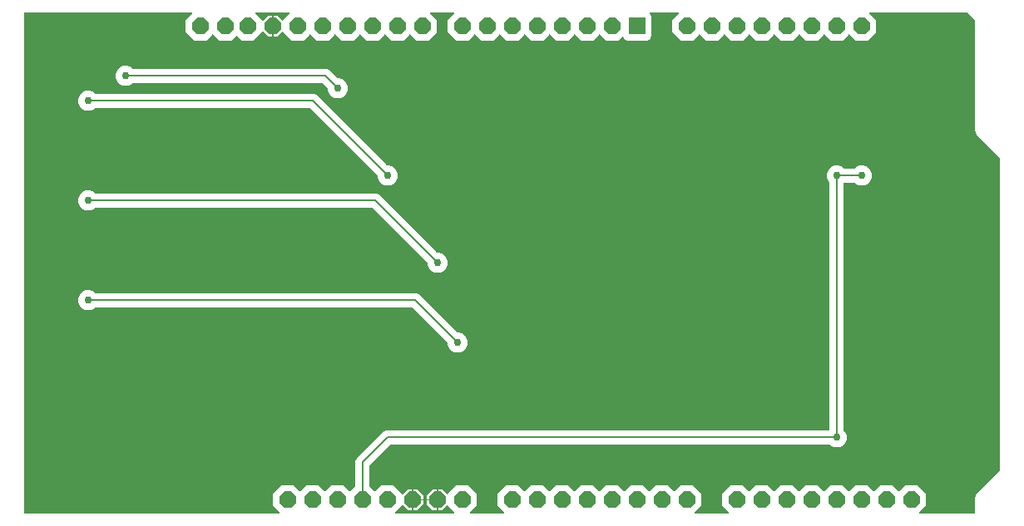
<source format=gbr>
G04 EAGLE Gerber RS-274X export*
G75*
%MOMM*%
%FSLAX34Y34*%
%LPD*%
%INBottom Copper*%
%IPPOS*%
%AMOC8*
5,1,8,0,0,1.08239X$1,22.5*%
G01*
G04 Define Apertures*
%ADD10P,1.81452X8X22.5*%
%ADD11R,1.676400X1.676400*%
%ADD12C,0.756400*%
%ADD13C,0.152400*%
G36*
X270993Y11490D02*
X271244Y11662D01*
X271407Y11917D01*
X271458Y12216D01*
X271388Y12511D01*
X271235Y12731D01*
X264668Y19298D01*
X264668Y31502D01*
X273298Y40132D01*
X285502Y40132D01*
X291561Y34073D01*
X291814Y33906D01*
X292112Y33850D01*
X292408Y33915D01*
X292639Y34073D01*
X298698Y40132D01*
X310902Y40132D01*
X316961Y34073D01*
X317214Y33906D01*
X317512Y33850D01*
X317808Y33915D01*
X318039Y34073D01*
X324098Y40132D01*
X336302Y40132D01*
X342361Y34073D01*
X342614Y33906D01*
X342912Y33850D01*
X343208Y33915D01*
X343439Y34073D01*
X348265Y38899D01*
X348432Y39152D01*
X348488Y39438D01*
X348488Y64915D01*
X349571Y67529D01*
X376971Y94929D01*
X379585Y96012D01*
X830326Y96012D01*
X830623Y96072D01*
X830873Y96244D01*
X831037Y96499D01*
X831088Y96774D01*
X831088Y348068D01*
X831028Y348365D01*
X830865Y348606D01*
X829611Y349861D01*
X828068Y353585D01*
X828068Y357615D01*
X829611Y361339D01*
X832461Y364190D01*
X836185Y365732D01*
X840215Y365732D01*
X843939Y364190D01*
X845194Y362935D01*
X845447Y362768D01*
X845732Y362712D01*
X856068Y362712D01*
X856365Y362772D01*
X856606Y362935D01*
X857861Y364190D01*
X861585Y365732D01*
X865615Y365732D01*
X869339Y364190D01*
X872190Y361339D01*
X873732Y357615D01*
X873732Y353585D01*
X872190Y349861D01*
X869339Y347011D01*
X865615Y345468D01*
X861585Y345468D01*
X857861Y347011D01*
X856606Y348265D01*
X856354Y348432D01*
X856068Y348488D01*
X846074Y348488D01*
X845777Y348428D01*
X845527Y348256D01*
X845363Y348001D01*
X845312Y347726D01*
X845312Y96432D01*
X845372Y96135D01*
X845535Y95894D01*
X846790Y94639D01*
X848332Y90915D01*
X848332Y86885D01*
X846790Y83161D01*
X843939Y80311D01*
X840215Y78768D01*
X836185Y78768D01*
X832461Y80311D01*
X831206Y81565D01*
X830954Y81732D01*
X830668Y81788D01*
X384262Y81788D01*
X383964Y81728D01*
X383723Y81565D01*
X362935Y60777D01*
X362768Y60524D01*
X362712Y60239D01*
X362712Y39438D01*
X362772Y39141D01*
X362935Y38899D01*
X367761Y34073D01*
X368014Y33906D01*
X368312Y33850D01*
X368608Y33915D01*
X368839Y34073D01*
X374898Y40132D01*
X387102Y40132D01*
X395855Y31379D01*
X396108Y31211D01*
X396406Y31156D01*
X396702Y31221D01*
X396933Y31379D01*
X401876Y36322D01*
X405638Y36322D01*
X405638Y14478D01*
X401876Y14478D01*
X396933Y19421D01*
X396680Y19589D01*
X396382Y19644D01*
X396086Y19579D01*
X395855Y19421D01*
X389165Y12731D01*
X388998Y12478D01*
X388942Y12180D01*
X389007Y11884D01*
X389182Y11636D01*
X389441Y11477D01*
X389704Y11430D01*
X448496Y11430D01*
X448793Y11490D01*
X449044Y11662D01*
X449207Y11917D01*
X449258Y12216D01*
X449188Y12511D01*
X449035Y12731D01*
X442345Y19421D01*
X442092Y19589D01*
X441794Y19644D01*
X441498Y19579D01*
X441267Y19421D01*
X436324Y14478D01*
X432562Y14478D01*
X432562Y36322D01*
X436324Y36322D01*
X441267Y31379D01*
X441520Y31211D01*
X441818Y31156D01*
X442114Y31221D01*
X442345Y31379D01*
X451098Y40132D01*
X463302Y40132D01*
X471932Y31502D01*
X471932Y19298D01*
X465365Y12731D01*
X465198Y12478D01*
X465142Y12180D01*
X465207Y11884D01*
X465382Y11636D01*
X465641Y11477D01*
X465904Y11430D01*
X499296Y11430D01*
X499593Y11490D01*
X499844Y11662D01*
X500007Y11917D01*
X500058Y12216D01*
X499988Y12511D01*
X499835Y12731D01*
X493268Y19298D01*
X493268Y31502D01*
X501898Y40132D01*
X514102Y40132D01*
X520161Y34073D01*
X520414Y33906D01*
X520712Y33850D01*
X521008Y33915D01*
X521239Y34073D01*
X527298Y40132D01*
X539502Y40132D01*
X545561Y34073D01*
X545814Y33906D01*
X546112Y33850D01*
X546408Y33915D01*
X546639Y34073D01*
X552698Y40132D01*
X564902Y40132D01*
X570961Y34073D01*
X571214Y33906D01*
X571512Y33850D01*
X571808Y33915D01*
X572039Y34073D01*
X578098Y40132D01*
X590302Y40132D01*
X596361Y34073D01*
X596614Y33906D01*
X596912Y33850D01*
X597208Y33915D01*
X597439Y34073D01*
X603498Y40132D01*
X615702Y40132D01*
X621761Y34073D01*
X622014Y33906D01*
X622312Y33850D01*
X622608Y33915D01*
X622839Y34073D01*
X628898Y40132D01*
X641102Y40132D01*
X647161Y34073D01*
X647414Y33906D01*
X647712Y33850D01*
X648008Y33915D01*
X648239Y34073D01*
X654298Y40132D01*
X666502Y40132D01*
X672561Y34073D01*
X672814Y33906D01*
X673112Y33850D01*
X673408Y33915D01*
X673639Y34073D01*
X679698Y40132D01*
X691902Y40132D01*
X700532Y31502D01*
X700532Y19298D01*
X693965Y12731D01*
X693798Y12478D01*
X693742Y12180D01*
X693807Y11884D01*
X693982Y11636D01*
X694241Y11477D01*
X694504Y11430D01*
X727896Y11430D01*
X728193Y11490D01*
X728444Y11662D01*
X728607Y11917D01*
X728658Y12216D01*
X728588Y12511D01*
X728435Y12731D01*
X721868Y19298D01*
X721868Y31502D01*
X730498Y40132D01*
X742702Y40132D01*
X748761Y34073D01*
X749014Y33906D01*
X749312Y33850D01*
X749608Y33915D01*
X749839Y34073D01*
X755898Y40132D01*
X768102Y40132D01*
X774161Y34073D01*
X774414Y33906D01*
X774712Y33850D01*
X775008Y33915D01*
X775239Y34073D01*
X781298Y40132D01*
X793502Y40132D01*
X799561Y34073D01*
X799814Y33906D01*
X800112Y33850D01*
X800408Y33915D01*
X800639Y34073D01*
X806698Y40132D01*
X818902Y40132D01*
X824961Y34073D01*
X825214Y33906D01*
X825512Y33850D01*
X825808Y33915D01*
X826039Y34073D01*
X832098Y40132D01*
X844302Y40132D01*
X850361Y34073D01*
X850614Y33906D01*
X850912Y33850D01*
X851208Y33915D01*
X851439Y34073D01*
X857498Y40132D01*
X869702Y40132D01*
X875761Y34073D01*
X876014Y33906D01*
X876312Y33850D01*
X876608Y33915D01*
X876839Y34073D01*
X882898Y40132D01*
X895102Y40132D01*
X901161Y34073D01*
X901414Y33906D01*
X901712Y33850D01*
X902008Y33915D01*
X902239Y34073D01*
X908298Y40132D01*
X920502Y40132D01*
X929132Y31502D01*
X929132Y19298D01*
X922565Y12731D01*
X922398Y12478D01*
X922342Y12180D01*
X922407Y11884D01*
X922582Y11636D01*
X922841Y11477D01*
X923104Y11430D01*
X978408Y11430D01*
X978705Y11490D01*
X978955Y11662D01*
X979119Y11917D01*
X979170Y12192D01*
X979170Y27674D01*
X980910Y31875D01*
X1004347Y55311D01*
X1004514Y55564D01*
X1004570Y55850D01*
X1004570Y373410D01*
X1004510Y373707D01*
X1004347Y373949D01*
X980910Y397385D01*
X979170Y401586D01*
X979170Y513110D01*
X979110Y513407D01*
X978947Y513649D01*
X970849Y521747D01*
X970596Y521914D01*
X970310Y521970D01*
X872304Y521970D01*
X872007Y521910D01*
X871756Y521738D01*
X871593Y521483D01*
X871542Y521184D01*
X871612Y520889D01*
X871765Y520669D01*
X878332Y514102D01*
X878332Y501898D01*
X869702Y493268D01*
X857498Y493268D01*
X851439Y499327D01*
X851186Y499495D01*
X850888Y499550D01*
X850592Y499485D01*
X850361Y499327D01*
X844302Y493268D01*
X832098Y493268D01*
X826039Y499327D01*
X825786Y499495D01*
X825488Y499550D01*
X825192Y499485D01*
X824961Y499327D01*
X818902Y493268D01*
X806698Y493268D01*
X800639Y499327D01*
X800386Y499495D01*
X800088Y499550D01*
X799792Y499485D01*
X799561Y499327D01*
X793502Y493268D01*
X781298Y493268D01*
X775239Y499327D01*
X774986Y499495D01*
X774688Y499550D01*
X774392Y499485D01*
X774161Y499327D01*
X768102Y493268D01*
X755898Y493268D01*
X749839Y499327D01*
X749586Y499495D01*
X749288Y499550D01*
X748992Y499485D01*
X748761Y499327D01*
X742702Y493268D01*
X730498Y493268D01*
X724439Y499327D01*
X724186Y499495D01*
X723888Y499550D01*
X723592Y499485D01*
X723361Y499327D01*
X717302Y493268D01*
X705098Y493268D01*
X699039Y499327D01*
X698786Y499495D01*
X698488Y499550D01*
X698192Y499485D01*
X697961Y499327D01*
X691902Y493268D01*
X679698Y493268D01*
X671068Y501898D01*
X671068Y514102D01*
X677635Y520669D01*
X677803Y520922D01*
X677858Y521220D01*
X677793Y521516D01*
X677618Y521764D01*
X677360Y521923D01*
X677096Y521970D01*
X648614Y521970D01*
X648317Y521910D01*
X648067Y521738D01*
X647903Y521483D01*
X647852Y521184D01*
X647922Y520889D01*
X648075Y520669D01*
X648765Y519979D01*
X649732Y517645D01*
X649732Y498355D01*
X648765Y496021D01*
X646979Y494235D01*
X644645Y493268D01*
X625355Y493268D01*
X623021Y494235D01*
X621235Y496021D01*
X620857Y496933D01*
X620688Y497184D01*
X620433Y497350D01*
X620135Y497403D01*
X619839Y497336D01*
X619614Y497180D01*
X615702Y493268D01*
X603498Y493268D01*
X597439Y499327D01*
X597186Y499495D01*
X596888Y499550D01*
X596592Y499485D01*
X596361Y499327D01*
X590302Y493268D01*
X578098Y493268D01*
X572039Y499327D01*
X571786Y499495D01*
X571488Y499550D01*
X571192Y499485D01*
X570961Y499327D01*
X564902Y493268D01*
X552698Y493268D01*
X546639Y499327D01*
X546386Y499495D01*
X546088Y499550D01*
X545792Y499485D01*
X545561Y499327D01*
X539502Y493268D01*
X527298Y493268D01*
X521239Y499327D01*
X520986Y499495D01*
X520688Y499550D01*
X520392Y499485D01*
X520161Y499327D01*
X514102Y493268D01*
X501898Y493268D01*
X495839Y499327D01*
X495586Y499495D01*
X495288Y499550D01*
X494992Y499485D01*
X494761Y499327D01*
X488702Y493268D01*
X476498Y493268D01*
X470439Y499327D01*
X470186Y499495D01*
X469888Y499550D01*
X469592Y499485D01*
X469361Y499327D01*
X463302Y493268D01*
X451098Y493268D01*
X442468Y501898D01*
X442468Y514102D01*
X449035Y520669D01*
X449203Y520922D01*
X449258Y521220D01*
X449193Y521516D01*
X449018Y521764D01*
X448760Y521923D01*
X448496Y521970D01*
X425264Y521970D01*
X424967Y521910D01*
X424716Y521738D01*
X424553Y521483D01*
X424502Y521184D01*
X424572Y520889D01*
X424725Y520669D01*
X431292Y514102D01*
X431292Y501898D01*
X422662Y493268D01*
X410458Y493268D01*
X404399Y499327D01*
X404146Y499495D01*
X403848Y499550D01*
X403552Y499485D01*
X403321Y499327D01*
X397262Y493268D01*
X385058Y493268D01*
X378999Y499327D01*
X378746Y499495D01*
X378448Y499550D01*
X378152Y499485D01*
X377921Y499327D01*
X371862Y493268D01*
X359658Y493268D01*
X353599Y499327D01*
X353346Y499495D01*
X353048Y499550D01*
X352752Y499485D01*
X352521Y499327D01*
X346462Y493268D01*
X334258Y493268D01*
X328199Y499327D01*
X327946Y499495D01*
X327648Y499550D01*
X327352Y499485D01*
X327121Y499327D01*
X321062Y493268D01*
X308858Y493268D01*
X302799Y499327D01*
X302546Y499495D01*
X302248Y499550D01*
X301952Y499485D01*
X301721Y499327D01*
X295662Y493268D01*
X283458Y493268D01*
X274705Y502021D01*
X274452Y502189D01*
X274154Y502244D01*
X273858Y502179D01*
X273627Y502021D01*
X268684Y497078D01*
X264922Y497078D01*
X264922Y518922D01*
X268684Y518922D01*
X273627Y513979D01*
X273880Y513811D01*
X274178Y513756D01*
X274474Y513821D01*
X274705Y513979D01*
X281395Y520669D01*
X281563Y520922D01*
X281618Y521220D01*
X281553Y521516D01*
X281378Y521764D01*
X281120Y521923D01*
X280856Y521970D01*
X247464Y521970D01*
X247167Y521910D01*
X246916Y521738D01*
X246753Y521483D01*
X246702Y521184D01*
X246772Y520889D01*
X246925Y520669D01*
X253615Y513979D01*
X253868Y513811D01*
X254166Y513756D01*
X254462Y513821D01*
X254693Y513979D01*
X259636Y518922D01*
X263398Y518922D01*
X263398Y497078D01*
X259636Y497078D01*
X254693Y502021D01*
X254440Y502189D01*
X254142Y502244D01*
X253846Y502179D01*
X253615Y502021D01*
X244862Y493268D01*
X232658Y493268D01*
X227869Y498057D01*
X227616Y498225D01*
X227318Y498280D01*
X227022Y498215D01*
X226791Y498057D01*
X222002Y493268D01*
X209798Y493268D01*
X203739Y499327D01*
X203486Y499495D01*
X203188Y499550D01*
X202892Y499485D01*
X202661Y499327D01*
X196602Y493268D01*
X184398Y493268D01*
X175768Y501898D01*
X175768Y514102D01*
X182335Y520669D01*
X182503Y520922D01*
X182558Y521220D01*
X182493Y521516D01*
X182318Y521764D01*
X182060Y521923D01*
X181796Y521970D01*
X12192Y521970D01*
X11895Y521910D01*
X11645Y521738D01*
X11481Y521483D01*
X11430Y521208D01*
X11430Y12192D01*
X11490Y11895D01*
X11662Y11645D01*
X11917Y11481D01*
X12192Y11430D01*
X270696Y11430D01*
X270993Y11490D01*
G37*
%LPC*%
G36*
X328185Y434368D02*
X324461Y435911D01*
X321611Y438761D01*
X320068Y442485D01*
X320068Y444259D01*
X320008Y444556D01*
X319845Y444797D01*
X314777Y449865D01*
X314524Y450032D01*
X314239Y450088D01*
X121832Y450088D01*
X121535Y450028D01*
X121294Y449865D01*
X120039Y448611D01*
X116315Y447068D01*
X112285Y447068D01*
X108561Y448611D01*
X105711Y451461D01*
X104168Y455185D01*
X104168Y459215D01*
X105711Y462939D01*
X108561Y465790D01*
X112285Y467332D01*
X116315Y467332D01*
X120039Y465790D01*
X121294Y464535D01*
X121547Y464368D01*
X121832Y464312D01*
X318915Y464312D01*
X321529Y463229D01*
X329903Y454855D01*
X330156Y454688D01*
X330442Y454632D01*
X332215Y454632D01*
X335939Y453090D01*
X338790Y450239D01*
X340332Y446515D01*
X340332Y442485D01*
X338790Y438761D01*
X335939Y435911D01*
X332215Y434368D01*
X328185Y434368D01*
G37*
G36*
X378985Y345468D02*
X375261Y347011D01*
X372411Y349861D01*
X370868Y353585D01*
X370868Y355359D01*
X370808Y355656D01*
X370645Y355897D01*
X302077Y424465D01*
X301824Y424632D01*
X301539Y424688D01*
X83732Y424688D01*
X83435Y424628D01*
X83194Y424465D01*
X81939Y423211D01*
X78215Y421668D01*
X74185Y421668D01*
X70461Y423211D01*
X67611Y426061D01*
X66068Y429785D01*
X66068Y433815D01*
X67611Y437539D01*
X70461Y440390D01*
X74185Y441932D01*
X78215Y441932D01*
X81939Y440390D01*
X83194Y439135D01*
X83447Y438968D01*
X83732Y438912D01*
X306215Y438912D01*
X308829Y437829D01*
X380703Y365955D01*
X380956Y365788D01*
X381242Y365732D01*
X383015Y365732D01*
X386739Y364190D01*
X389590Y361339D01*
X391132Y357615D01*
X391132Y353585D01*
X389590Y349861D01*
X386739Y347011D01*
X383015Y345468D01*
X378985Y345468D01*
G37*
G36*
X429785Y256568D02*
X426061Y258111D01*
X423211Y260961D01*
X421668Y264685D01*
X421668Y266459D01*
X421608Y266756D01*
X421445Y266997D01*
X365577Y322865D01*
X365324Y323032D01*
X365039Y323088D01*
X83732Y323088D01*
X83435Y323028D01*
X83194Y322865D01*
X81939Y321611D01*
X78215Y320068D01*
X74185Y320068D01*
X70461Y321611D01*
X67611Y324461D01*
X66068Y328185D01*
X66068Y332215D01*
X67611Y335939D01*
X70461Y338790D01*
X74185Y340332D01*
X78215Y340332D01*
X81939Y338790D01*
X83194Y337535D01*
X83447Y337368D01*
X83732Y337312D01*
X369715Y337312D01*
X372329Y336229D01*
X431503Y277055D01*
X431756Y276888D01*
X432042Y276832D01*
X433815Y276832D01*
X437539Y275290D01*
X440390Y272439D01*
X441932Y268715D01*
X441932Y264685D01*
X440390Y260961D01*
X437539Y258111D01*
X433815Y256568D01*
X429785Y256568D01*
G37*
G36*
X450105Y175288D02*
X446381Y176831D01*
X443531Y179681D01*
X441988Y183405D01*
X441988Y185179D01*
X441928Y185476D01*
X441765Y185717D01*
X406217Y221265D01*
X405964Y221432D01*
X405679Y221488D01*
X83732Y221488D01*
X83435Y221428D01*
X83194Y221265D01*
X81939Y220011D01*
X78215Y218468D01*
X74185Y218468D01*
X70461Y220011D01*
X67611Y222861D01*
X66068Y226585D01*
X66068Y230615D01*
X67611Y234339D01*
X70461Y237190D01*
X74185Y238732D01*
X78215Y238732D01*
X81939Y237190D01*
X83194Y235935D01*
X83447Y235768D01*
X83732Y235712D01*
X410355Y235712D01*
X412969Y234629D01*
X451823Y195775D01*
X452076Y195608D01*
X452362Y195552D01*
X454135Y195552D01*
X457859Y194010D01*
X460710Y191159D01*
X462252Y187435D01*
X462252Y183405D01*
X460710Y179681D01*
X457859Y176831D01*
X454135Y175288D01*
X450105Y175288D01*
G37*
G36*
X420878Y26162D02*
X420878Y29924D01*
X427276Y36322D01*
X431038Y36322D01*
X431038Y26162D01*
X420878Y26162D01*
G37*
G36*
X407162Y26162D02*
X407162Y36322D01*
X410924Y36322D01*
X417322Y29924D01*
X417322Y26162D01*
X407162Y26162D01*
G37*
G36*
X407162Y14478D02*
X407162Y24638D01*
X417322Y24638D01*
X417322Y20876D01*
X410924Y14478D01*
X407162Y14478D01*
G37*
G36*
X427276Y14478D02*
X420878Y20876D01*
X420878Y24638D01*
X431038Y24638D01*
X431038Y14478D01*
X427276Y14478D01*
G37*
%LPD*%
D10*
X533400Y508000D03*
X508000Y25400D03*
X558800Y508000D03*
X584200Y508000D03*
X609600Y508000D03*
D11*
X635000Y508000D03*
D10*
X508000Y508000D03*
X482600Y508000D03*
X457200Y508000D03*
X416560Y508000D03*
X391160Y508000D03*
X365760Y508000D03*
X340360Y508000D03*
X314960Y508000D03*
X289560Y508000D03*
X264160Y508000D03*
X238760Y508000D03*
X533400Y25400D03*
X558800Y25400D03*
X584200Y25400D03*
X609600Y25400D03*
X635000Y25400D03*
X457200Y25400D03*
X431800Y25400D03*
X406400Y25400D03*
X381000Y25400D03*
X355600Y25400D03*
X330200Y25400D03*
X685800Y508000D03*
X711200Y508000D03*
X736600Y508000D03*
X762000Y508000D03*
X787400Y508000D03*
X812800Y508000D03*
X838200Y508000D03*
X863600Y508000D03*
X660400Y25400D03*
X685800Y25400D03*
X736600Y25400D03*
X762000Y25400D03*
X787400Y25400D03*
X812800Y25400D03*
X838200Y25400D03*
X863600Y25400D03*
X889000Y25400D03*
X914400Y25400D03*
X215900Y508000D03*
X190500Y508000D03*
X304800Y25400D03*
X279400Y25400D03*
D12*
X452120Y185420D03*
X76200Y228600D03*
D13*
X408940Y228600D01*
X452120Y185420D01*
D12*
X431800Y266700D03*
X76200Y330200D03*
D13*
X368300Y330200D01*
X431800Y266700D01*
D12*
X381000Y355600D03*
X76200Y431800D03*
D13*
X304800Y431800D01*
X381000Y355600D01*
X330200Y444500D02*
X317500Y457200D01*
D12*
X330200Y444500D03*
X114300Y457200D03*
D13*
X317500Y457200D01*
D12*
X215900Y73660D03*
X127000Y73660D03*
X939800Y142240D03*
X38100Y38100D03*
X121920Y172720D03*
X292100Y63500D03*
X76200Y406400D03*
X76200Y304800D03*
X76200Y208280D03*
X88900Y457200D03*
X584200Y177800D03*
X558800Y177800D03*
X533400Y177800D03*
X508000Y177800D03*
X939800Y304800D03*
D13*
X381000Y88900D02*
X355600Y63500D01*
X355600Y25400D01*
D12*
X863600Y355600D03*
D13*
X838200Y355600D01*
D12*
X838200Y355600D03*
D13*
X838200Y88900D01*
D12*
X838200Y88900D03*
D13*
X381000Y88900D01*
M02*

</source>
